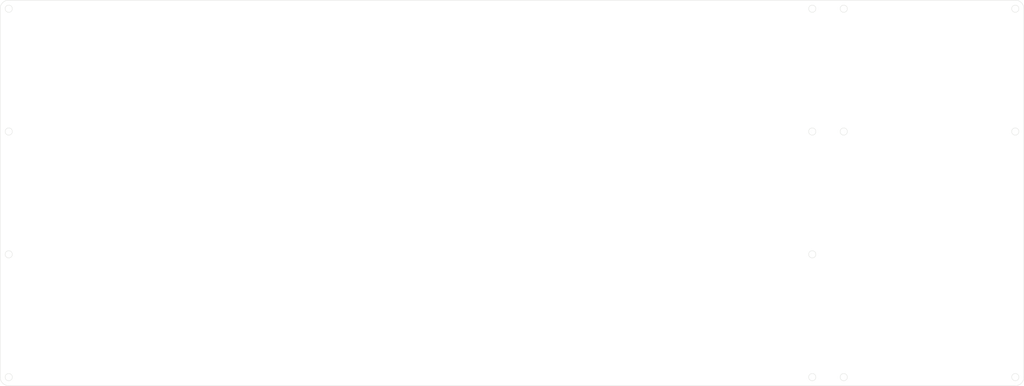
<source format=kicad_pcb>
(kicad_pcb (version 20221018) (generator pcbnew)

  (general
    (thickness 1.6)
  )

  (paper "A3")
  (layers
    (0 "F.Cu" signal)
    (31 "B.Cu" signal)
    (32 "B.Adhes" user "B.Adhesive")
    (33 "F.Adhes" user "F.Adhesive")
    (34 "B.Paste" user)
    (35 "F.Paste" user)
    (36 "B.SilkS" user "B.Silkscreen")
    (37 "F.SilkS" user "F.Silkscreen")
    (38 "B.Mask" user)
    (39 "F.Mask" user)
    (40 "Dwgs.User" user "User.Drawings")
    (41 "Cmts.User" user "User.Comments")
    (42 "Eco1.User" user "User.Eco1")
    (43 "Eco2.User" user "User.Eco2")
    (44 "Edge.Cuts" user)
    (45 "Margin" user)
    (46 "B.CrtYd" user "B.Courtyard")
    (47 "F.CrtYd" user "F.Courtyard")
    (48 "B.Fab" user)
    (49 "F.Fab" user)
    (50 "User.1" user)
    (51 "User.2" user)
    (52 "User.3" user)
    (53 "User.4" user)
    (54 "User.5" user)
    (55 "User.6" user)
    (56 "User.7" user)
    (57 "User.8" user)
    (58 "User.9" user)
  )

  (setup
    (pad_to_mask_clearance 0)
    (grid_origin 26 36)
    (pcbplotparams
      (layerselection 0x00010fc_ffffffff)
      (plot_on_all_layers_selection 0x0000000_00000000)
      (disableapertmacros false)
      (usegerberextensions false)
      (usegerberattributes true)
      (usegerberadvancedattributes true)
      (creategerberjobfile true)
      (dashed_line_dash_ratio 12.000000)
      (dashed_line_gap_ratio 3.000000)
      (svgprecision 4)
      (plotframeref false)
      (viasonmask false)
      (mode 1)
      (useauxorigin false)
      (hpglpennumber 1)
      (hpglpenspeed 20)
      (hpglpendiameter 15.000000)
      (dxfpolygonmode true)
      (dxfimperialunits true)
      (dxfusepcbnewfont true)
      (psnegative false)
      (psa4output false)
      (plotreference true)
      (plotvalue true)
      (plotinvisibletext false)
      (sketchpadsonfab false)
      (subtractmaskfromsilk false)
      (outputformat 1)
      (mirror false)
      (drillshape 0)
      (scaleselection 1)
      (outputdirectory "midi-controller_baseplate_teensy_outputs/")
    )
  )

  (net 0 "")

  (gr_circle (center 378 79) (end 379.27 79)
    (stroke (width 0.1) (type default)) (fill none) (layer "Edge.Cuts") (tstamp 4f61d360-9c10-47c2-b9fa-330268a0cbd5))
  (gr_circle (center 307 122) (end 308.27 122)
    (stroke (width 0.1) (type default)) (fill none) (layer "Edge.Cuts") (tstamp 5231eaf6-a7a2-4c5a-8973-e23d6f7931f6))
  (gr_line (start 26 33) (end 378 33)
    (stroke (width 0.1) (type default)) (layer "Edge.Cuts") (tstamp 5520891f-6381-43e8-a6f6-40357e56c393))
  (gr_circle (center 26 165) (end 27.27 165)
    (stroke (width 0.1) (type default)) (fill none) (layer "Edge.Cuts") (tstamp 67093b16-60c4-48b9-ad1e-74516161a231))
  (gr_circle (center 378 36) (end 379.27 36)
    (stroke (width 0.1) (type default)) (fill none) (layer "Edge.Cuts") (tstamp 6ddb2d85-4ef3-4952-92c1-ddf6f3b16176))
  (gr_line (start 378 168) (end 26 168)
    (stroke (width 0.1) (type default)) (layer "Edge.Cuts") (tstamp 715de143-bc60-4bcf-a486-fc94b40b7a80))
  (gr_arc (start 26 168) (mid 23.87868 167.12132) (end 23 165)
    (stroke (width 0.1) (type default)) (layer "Edge.Cuts") (tstamp 7536f71e-7e02-4fcd-887c-da9bea593e0e))
  (gr_arc (start 23 36) (mid 23.87868 33.87868) (end 26 33)
    (stroke (width 0.1) (type default)) (layer "Edge.Cuts") (tstamp 757bfc72-eb81-4a73-a773-7cb7a0ab9147))
  (gr_circle (center 26 122) (end 27.27 122)
    (stroke (width 0.1) (type default)) (fill none) (layer "Edge.Cuts") (tstamp 760762c8-ef76-4453-a1b2-e67bf56644f7))
  (gr_circle (center 307 36) (end 308.27 36)
    (stroke (width 0.1) (type default)) (fill none) (layer "Edge.Cuts") (tstamp 816ffa1f-8936-421f-95f8-72d8e21020d6))
  (gr_line (start 23 165) (end 23 36)
    (stroke (width 0.1) (type default)) (layer "Edge.Cuts") (tstamp 8c21a748-6968-4744-9633-eb34e51156b8))
  (gr_circle (center 318 79) (end 319.27 79)
    (stroke (width 0.1) (type default)) (fill none) (layer "Edge.Cuts") (tstamp 8fa08f44-2096-47f1-8635-6b464d4d2a9b))
  (gr_circle (center 307 165) (end 308.27 165)
    (stroke (width 0.1) (type default)) (fill none) (layer "Edge.Cuts") (tstamp 904aaffb-ed65-499c-9968-8c8c5cfacc49))
  (gr_arc (start 381 164.999999) (mid 380.12132 167.121319) (end 378 167.999999)
    (stroke (width 0.1) (type default)) (layer "Edge.Cuts") (tstamp 956b375f-8401-486e-a61b-49aee23bcd30))
  (gr_circle (center 26 79) (end 27.27 79)
    (stroke (width 0.1) (type default)) (fill none) (layer "Edge.Cuts") (tstamp 973e9186-e947-41f5-a1ff-086a34b8a973))
  (gr_circle (center 318 36) (end 319.27 36)
    (stroke (width 0.1) (type default)) (fill none) (layer "Edge.Cuts") (tstamp 9981944d-99c0-4206-8875-7fc1d7ae6691))
  (gr_circle (center 307 79) (end 308.27 79)
    (stroke (width 0.1) (type default)) (fill none) (layer "Edge.Cuts") (tstamp af3fecdc-5108-43c1-93ce-08cb542bbd41))
  (gr_arc (start 378 33) (mid 380.12132 33.87868) (end 381 36)
    (stroke (width 0.1) (type default)) (layer "Edge.Cuts") (tstamp b3e97b36-f966-4c23-b4e1-e9cf06da51cf))
  (gr_circle (center 378 165) (end 379.27 165)
    (stroke (width 0.1) (type default)) (fill none) (layer "Edge.Cuts") (tstamp cb63bd90-62d0-4dbe-8883-4e7f7fd7486d))
  (gr_circle (center 318 165) (end 319.27 165)
    (stroke (width 0.1) (type default)) (fill none) (layer "Edge.Cuts") (tstamp da131fd8-ee6d-4a0d-8045-1106be382c54))
  (gr_circle (center 26 36) (end 27.27 36)
    (stroke (width 0.1) (type default)) (fill none) (layer "Edge.Cuts") (tstamp de63bce0-1dce-4a3f-a541-18a094fa24b0))
  (gr_line (start 381 165) (end 381 36)
    (stroke (width 0.1) (type default)) (layer "Edge.Cuts") (tstamp ea0ebb73-02fd-404f-a7f4-566ae84392ee))

)

</source>
